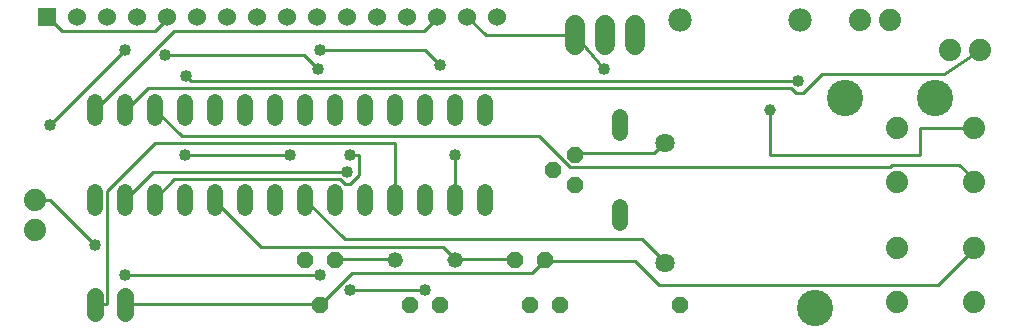
<source format=gbl>
G04 This is an RS-274x file exported by *
G04 gerbv version 2.5.0 *
G04 More information is available about gerbv at *
G04 http://gerbv.gpleda.org/ *
G04 --End of header info--*
%MOIN*%
%FSLAX23Y23*%
%IPPOS*%
G04 --Define apertures--*
%ADD10C,0.0520*%
%AMMACRO11*
5,1,8,0.000000,0.000000,0.056284,22.500000*
%
%ADD11MACRO11*%
%ADD12C,0.1210*%
%ADD13C,0.0645*%
%ADD14C,0.0740*%
%ADD15C,0.0520*%
%ADD16R,0.0600X0.0600*%
%ADD17C,0.0600*%
%ADD18C,0.0560*%
%ADD19C,0.0660*%
%ADD20C,0.0780*%
%ADD21C,0.0100*%
%ADD22C,0.0400*%
%ADD23C,0.0396*%
G04 --Start main section--*
G54D10*
G01X00490Y00698D02*
G01X00490Y00750D01*
G01X00590Y00750D02*
G01X00590Y00698D01*
G01X00690Y00698D02*
G01X00690Y00750D01*
G01X00790Y00750D02*
G01X00790Y00698D01*
G01X00890Y00698D02*
G01X00890Y00750D01*
G01X00990Y00750D02*
G01X00990Y00698D01*
G01X01090Y00698D02*
G01X01090Y00750D01*
G01X01190Y00750D02*
G01X01190Y00698D01*
G01X01290Y00698D02*
G01X01290Y00750D01*
G01X01390Y00750D02*
G01X01390Y00698D01*
G01X01490Y00698D02*
G01X01490Y00750D01*
G01X01590Y00750D02*
G01X01590Y00698D01*
G01X01690Y00698D02*
G01X01690Y00750D01*
G01X01790Y00750D02*
G01X01790Y00698D01*
G01X02240Y00700D02*
G01X02240Y00648D01*
G01X02240Y00948D02*
G01X02240Y01000D01*
G01X01790Y00998D02*
G01X01790Y01050D01*
G01X01690Y01050D02*
G01X01690Y00998D01*
G01X01590Y00998D02*
G01X01590Y01050D01*
G01X01490Y01050D02*
G01X01490Y00998D01*
G01X01390Y00998D02*
G01X01390Y01050D01*
G01X01290Y01050D02*
G01X01290Y00998D01*
G01X01190Y00998D02*
G01X01190Y01050D01*
G01X01090Y01050D02*
G01X01090Y00998D01*
G01X00990Y00998D02*
G01X00990Y01050D01*
G01X00890Y01050D02*
G01X00890Y00998D01*
G01X00790Y00998D02*
G01X00790Y01050D01*
G01X00690Y01050D02*
G01X00690Y00998D01*
G01X00590Y00998D02*
G01X00590Y01050D01*
G01X00490Y01050D02*
G01X00490Y00998D01*
G54D11*
G01X01190Y00524D03*
G01X01290Y00524D03*
G01X01240Y00374D03*
G01X01540Y00374D03*
G01X01640Y00374D03*
G01X01890Y00524D03*
G01X01990Y00524D03*
G01X02040Y00374D03*
G01X01940Y00374D03*
G01X02440Y00374D03*
G01X02090Y00774D03*
G01X02015Y00824D03*
G01X02090Y00874D03*
G54D12*
G01X02890Y00364D03*
G01X02990Y01064D03*
G01X03290Y01064D03*
G54D13*
G01X02390Y00914D03*
G01X02390Y00514D03*
G54D14*
G01X03162Y00563D03*
G01X03418Y00563D03*
G01X03418Y00385D03*
G01X03162Y00385D03*
G01X03162Y00785D03*
G01X03418Y00785D03*
G01X03418Y00963D03*
G01X03162Y00963D03*
G01X03340Y01224D03*
G01X03440Y01224D03*
G01X03140Y01324D03*
G01X03040Y01324D03*
G01X00290Y00724D03*
G01X00290Y00624D03*
G54D15*
G01X01490Y00524D03*
G01X01690Y00524D03*
G54D16*
G01X00330Y01334D03*
G54D17*
G01X00430Y01334D03*
G01X00530Y01334D03*
G01X00630Y01334D03*
G01X00730Y01334D03*
G01X00830Y01334D03*
G01X00930Y01334D03*
G01X01030Y01334D03*
G01X01130Y01334D03*
G01X01230Y01334D03*
G01X01330Y01334D03*
G01X01430Y01334D03*
G01X01530Y01334D03*
G01X01630Y01334D03*
G01X01730Y01334D03*
G01X01830Y01334D03*
G54D18*
G01X00490Y00402D02*
G01X00490Y00346D01*
G01X00590Y00346D02*
G01X00590Y00402D01*
G54D19*
G01X02090Y01241D02*
G01X02090Y01307D01*
G01X02190Y01307D02*
G01X02190Y01241D01*
G01X02290Y01241D02*
G01X02290Y01307D01*
G54D20*
G01X02440Y01324D03*
G01X02840Y01324D03*
G54D21*
G01X02912Y01144D02*
G01X03320Y01144D01*
G01X03320Y01144D02*
G01X03440Y01224D01*
G01X03418Y00963D02*
G01X03240Y00963D01*
G01X03240Y00963D02*
G01X03240Y00874D01*
G01X03240Y00874D02*
G01X02740Y00874D01*
G01X02740Y00874D02*
G01X02740Y01024D01*
G01X02810Y01096D02*
G01X02826Y01080D01*
G01X02826Y01080D02*
G01X02848Y01080D01*
G01X02848Y01080D02*
G01X02912Y01144D01*
G01X02834Y01120D02*
G01X00810Y01120D01*
G01X00810Y01120D02*
G01X00794Y01136D01*
G01X00666Y01096D02*
G01X02810Y01096D01*
G01X02390Y00914D02*
G01X02386Y00912D01*
G01X02386Y00912D02*
G01X02354Y00880D01*
G01X02354Y00880D02*
G01X02090Y00880D01*
G01X02090Y00880D02*
G01X02090Y00874D01*
G01X02074Y00832D02*
G01X03138Y00832D01*
G01X03138Y00832D02*
G01X03146Y00840D01*
G01X03146Y00840D02*
G01X03370Y00840D01*
G01X03370Y00840D02*
G01X03418Y00792D01*
G01X03418Y00792D02*
G01X03418Y00785D01*
G01X03418Y00563D02*
G01X03418Y00560D01*
G01X03418Y00560D02*
G01X03298Y00440D01*
G01X03298Y00440D02*
G01X02370Y00440D01*
G01X02370Y00440D02*
G01X02290Y00520D01*
G01X02290Y00520D02*
G01X01994Y00520D01*
G01X01994Y00520D02*
G01X01990Y00524D01*
G01X01990Y00524D02*
G01X01946Y00480D01*
G01X01946Y00480D02*
G01X01346Y00480D01*
G01X01346Y00480D02*
G01X01240Y00374D01*
G01X01240Y00374D02*
G01X01234Y00376D01*
G01X01234Y00376D02*
G01X00594Y00376D01*
G01X00594Y00376D02*
G01X00590Y00374D01*
G01X00530Y00376D02*
G01X00490Y00376D01*
G01X00490Y00376D02*
G01X00490Y00374D01*
G01X00530Y00376D02*
G01X00530Y00752D01*
G01X00530Y00752D02*
G01X00690Y00912D01*
G01X00690Y00912D02*
G01X01490Y00912D01*
G01X01490Y00912D02*
G01X01490Y00724D01*
G01X01370Y00808D02*
G01X01338Y00776D01*
G01X01338Y00776D02*
G01X01322Y00776D01*
G01X01322Y00776D02*
G01X01306Y00792D01*
G01X01306Y00792D02*
G01X00754Y00792D01*
G01X00754Y00792D02*
G01X00690Y00728D01*
G01X00690Y00728D02*
G01X00690Y00724D01*
G01X00682Y00816D02*
G01X00590Y00724D01*
G01X00682Y00816D02*
G01X01330Y00816D01*
G01X01370Y00808D02*
G01X01370Y00872D01*
G01X01370Y00872D02*
G01X01338Y00872D01*
G01X01140Y00874D02*
G01X00790Y00874D01*
G01X00778Y00936D02*
G01X01970Y00936D01*
G01X01970Y00936D02*
G01X02074Y00832D01*
G01X01690Y00874D02*
G01X01690Y00724D01*
G01X01650Y00568D02*
G01X01690Y00528D01*
G01X01690Y00528D02*
G01X01690Y00524D01*
G01X01690Y00528D02*
G01X01890Y00528D01*
G01X01890Y00528D02*
G01X01890Y00524D01*
G01X01650Y00568D02*
G01X01042Y00568D01*
G01X01042Y00568D02*
G01X00890Y00720D01*
G01X00890Y00720D02*
G01X00890Y00724D01*
G01X01190Y00724D02*
G01X01322Y00592D01*
G01X01322Y00592D02*
G01X02314Y00592D01*
G01X02314Y00592D02*
G01X02386Y00520D01*
G01X02386Y00520D02*
G01X02390Y00514D01*
G01X01590Y00424D02*
G01X01340Y00424D01*
G01X01240Y00474D02*
G01X00590Y00474D01*
G01X00490Y00574D02*
G01X00340Y00724D01*
G01X00340Y00724D02*
G01X00290Y00724D01*
G01X00340Y00974D02*
G01X00590Y01224D01*
G01X00690Y01288D02*
G01X00730Y01328D01*
G01X00730Y01328D02*
G01X00730Y01334D01*
G01X00754Y01288D02*
G01X01586Y01288D01*
G01X01586Y01288D02*
G01X01626Y01328D01*
G01X01626Y01328D02*
G01X01630Y01334D01*
G01X01730Y01334D02*
G01X01791Y01274D01*
G01X01791Y01274D02*
G01X02090Y01274D01*
G01X02090Y01274D02*
G01X02186Y01160D01*
G01X01640Y01174D02*
G01X01590Y01224D01*
G01X01590Y01224D02*
G01X01240Y01224D01*
G01X01186Y01208D02*
G01X00722Y01208D01*
G01X00754Y01288D02*
G01X00490Y01024D01*
G01X00590Y01024D02*
G01X00594Y01024D01*
G01X00594Y01024D02*
G01X00666Y01096D01*
G01X00690Y01024D02*
G01X00778Y00936D01*
G01X01186Y01208D02*
G01X01234Y01160D01*
G01X00690Y01288D02*
G01X00378Y01288D01*
G01X00378Y01288D02*
G01X00338Y01328D01*
G01X00338Y01328D02*
G01X00330Y01334D01*
G01X01290Y00528D02*
G01X01290Y00524D01*
G01X01290Y00528D02*
G01X01490Y00528D01*
G01X01490Y00528D02*
G01X01490Y00524D01*
G54D22*
G01X01590Y00424D03*
G01X01340Y00424D03*
G01X01240Y00474D03*
G01X01330Y00816D03*
G01X01338Y00872D03*
G01X01140Y00874D03*
G01X00790Y00874D03*
G01X00794Y01136D03*
G01X00722Y01208D03*
G01X00590Y01224D03*
G01X00340Y00974D03*
G01X00490Y00574D03*
G01X00590Y00474D03*
G01X01690Y00874D03*
G01X01234Y01160D03*
G01X01240Y01224D03*
G01X01640Y01174D03*
G01X02186Y01160D03*
G01X02834Y01120D03*
G54D23*
G01X02740Y01024D03*
M02*

</source>
